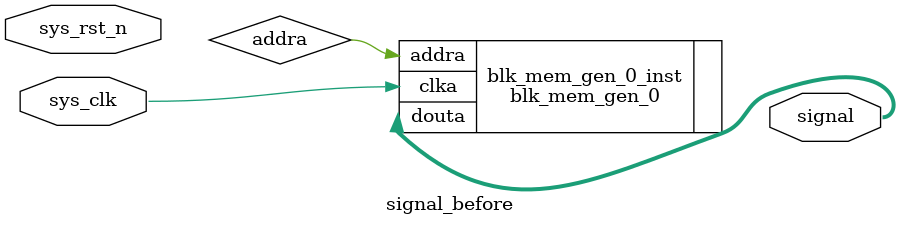
<source format=v>
`timescale 1ns / 1ps

module signal_before(
    input  wire                         sys_clk                    ,
    input  wire                         sys_rst_n                  ,

    output             [  11: 0]        signal                      
);









blk_mem_gen_0 blk_mem_gen_0_inst
(
    .clka                               (sys_clk                   ),// input wire clka
    .addra                              (addra                     ),// input wire [3 : 0] addra
    .douta                              (signal                    ) // output wire [2 : 0] douta
);






                                                                   
endmodule
</source>
